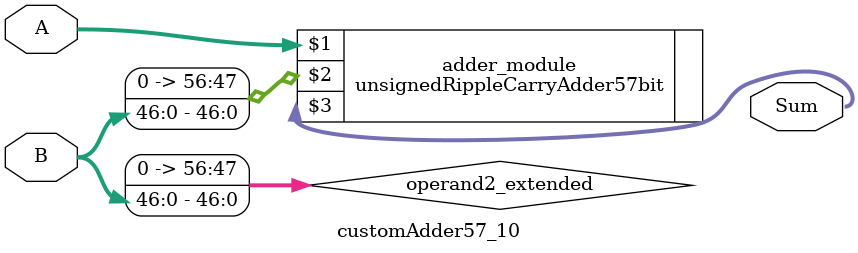
<source format=v>
module customAdder57_10(
                        input [56 : 0] A,
                        input [46 : 0] B,
                        
                        output [57 : 0] Sum
                );

        wire [56 : 0] operand2_extended;
        
        assign operand2_extended =  {10'b0, B};
        
        unsignedRippleCarryAdder57bit adder_module(
            A,
            operand2_extended,
            Sum
        );
        
        endmodule
        
</source>
